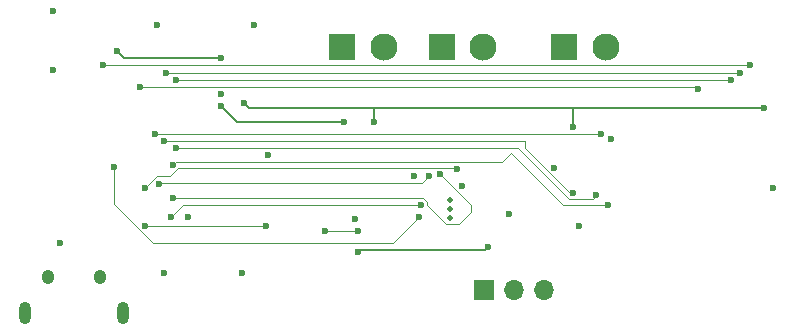
<source format=gbr>
%TF.GenerationSoftware,KiCad,Pcbnew,8.0.9*%
%TF.CreationDate,2025-04-07T11:52:49-07:00*%
%TF.ProjectId,bmbbmcp,626d6262-6d63-4702-9e6b-696361645f70,R1*%
%TF.SameCoordinates,Original*%
%TF.FileFunction,Copper,L4,Bot*%
%TF.FilePolarity,Positive*%
%FSLAX46Y46*%
G04 Gerber Fmt 4.6, Leading zero omitted, Abs format (unit mm)*
G04 Created by KiCad (PCBNEW 8.0.9) date 2025-04-07 11:52:49*
%MOMM*%
%LPD*%
G01*
G04 APERTURE LIST*
%TA.AperFunction,ComponentPad*%
%ADD10C,2.300000*%
%TD*%
%TA.AperFunction,ComponentPad*%
%ADD11R,2.300000X2.300000*%
%TD*%
%TA.AperFunction,HeatsinkPad*%
%ADD12O,1.000000X1.900000*%
%TD*%
%TA.AperFunction,HeatsinkPad*%
%ADD13O,1.050000X1.250000*%
%TD*%
%TA.AperFunction,ComponentPad*%
%ADD14C,0.499999*%
%TD*%
%TA.AperFunction,ComponentPad*%
%ADD15O,1.700000X1.700000*%
%TD*%
%TA.AperFunction,ComponentPad*%
%ADD16R,1.700000X1.700000*%
%TD*%
%TA.AperFunction,ViaPad*%
%ADD17C,0.600000*%
%TD*%
%TA.AperFunction,Conductor*%
%ADD18C,0.200000*%
%TD*%
%TA.AperFunction,Conductor*%
%ADD19C,0.100000*%
%TD*%
G04 APERTURE END LIST*
D10*
%TO.P,J5,2,Pin_2*%
%TO.N,Net-(J5-Pin_2)*%
X169800000Y-84000000D03*
D11*
%TO.P,J5,1,Pin_1*%
%TO.N,Net-(J5-Pin_1)*%
X166300000Y-84000000D03*
%TD*%
D12*
%TO.P,J1,6,Shield*%
%TO.N,unconnected-(J1-Shield-Pad6)*%
X128970000Y-106550000D03*
D13*
%TO.N,unconnected-(J1-Shield-Pad6)_2*%
X127020000Y-103550000D03*
%TO.N,unconnected-(J1-Shield-Pad6)_1*%
X122570000Y-103550000D03*
D12*
%TO.N,unconnected-(J1-Shield-Pad6)_5*%
X120620000Y-106550000D03*
%TD*%
D14*
%TO.P,U4,V*%
%TO.N,GND*%
X156650002Y-96999999D03*
X156650002Y-97750000D03*
X156650002Y-98500001D03*
%TD*%
D10*
%TO.P,J7,2,Pin_2*%
%TO.N,Net-(J7-Pin_2)*%
X151000000Y-84000000D03*
D11*
%TO.P,J7,1,Pin_1*%
%TO.N,Net-(J7-Pin_1)*%
X147500000Y-84000000D03*
%TD*%
D10*
%TO.P,J6,2,Pin_2*%
%TO.N,Net-(J6-Pin_2)*%
X159400000Y-84000000D03*
D11*
%TO.P,J6,1,Pin_1*%
%TO.N,Net-(J6-Pin_1)*%
X155900000Y-84000000D03*
%TD*%
D15*
%TO.P,J3,3,Pin_3*%
%TO.N,/BTN1*%
X164600000Y-104600000D03*
%TO.P,J3,2,Pin_2*%
%TO.N,GND*%
X162060000Y-104600000D03*
D16*
%TO.P,J3,1,Pin_1*%
%TO.N,+BATT*%
X159520000Y-104600000D03*
%TD*%
D17*
%TO.N,GND*%
X134400000Y-98400000D03*
%TO.N,+3.3V*%
X128400000Y-84400000D03*
X183200000Y-89200000D03*
X137200000Y-85000000D03*
X139200000Y-88800000D03*
X150200000Y-90400000D03*
X167000000Y-90800000D03*
%TO.N,GND*%
X123600000Y-100600000D03*
X123000000Y-86000000D03*
X157600000Y-95800000D03*
X137200000Y-88000000D03*
X153600000Y-95000000D03*
X161600000Y-98200000D03*
X123000000Y-81000000D03*
X140000000Y-82200000D03*
X184000000Y-96000000D03*
X148600000Y-98600000D03*
X132400000Y-103200000D03*
X141200000Y-93200000D03*
X139000000Y-103200000D03*
X165400000Y-94250000D03*
X170250000Y-91800000D03*
X131800000Y-82200000D03*
X167550000Y-99210000D03*
%TO.N,VBUS*%
X137200000Y-89000000D03*
X147600000Y-90400000D03*
%TO.N,+BATT*%
X159800000Y-101000000D03*
X148800000Y-101400000D03*
%TO.N,Net-(U2-EN)*%
X146000000Y-99600000D03*
X148800000Y-99600000D03*
%TO.N,/SWITCH*%
X141000000Y-99200000D03*
X130800000Y-99200000D03*
%TO.N,/SPI_MOSI*%
X181200000Y-86200000D03*
X132600000Y-86200000D03*
%TO.N,/SPI_SCLK*%
X180400000Y-86800000D03*
X133400000Y-86800000D03*
%TO.N,/SPI_CS1*%
X127200000Y-85600000D03*
X182000000Y-85600000D03*
%TO.N,/SPI_MISO*%
X177600000Y-87600000D03*
X130400000Y-87400000D03*
%TO.N,/MOTOR_B1*%
X133200000Y-96800000D03*
X155800000Y-94800000D03*
%TO.N,/MOTOR_B2*%
X130800000Y-96015000D03*
X157200000Y-94400000D03*
%TO.N,/MOTOR_A2*%
X132000000Y-95600000D03*
X154800000Y-95000000D03*
%TO.N,/I2S_MODE*%
X169400000Y-91400000D03*
X131600000Y-91400000D03*
%TO.N,/MOTOR_CTRL*%
X128200000Y-94200000D03*
X154000000Y-98400000D03*
%TO.N,/I2S_LRCK*%
X167000000Y-96400000D03*
X132400000Y-92000000D03*
%TO.N,/MOTOR_A1*%
X154200000Y-97400000D03*
X133000000Y-98400000D03*
%TO.N,/I2S_DOUT*%
X133200000Y-94000000D03*
X170000000Y-97400000D03*
%TO.N,/I2S_SCK*%
X169000000Y-96600000D03*
X133400000Y-92600000D03*
%TD*%
D18*
%TO.N,+3.3V*%
X150200000Y-89200000D02*
X139600000Y-89200000D01*
X167000000Y-89200000D02*
X150200000Y-89200000D01*
X139600000Y-89200000D02*
X139200000Y-88800000D01*
X150200000Y-90400000D02*
X150200000Y-89200000D01*
X167000000Y-90800000D02*
X167000000Y-89200000D01*
X183200000Y-89200000D02*
X167000000Y-89200000D01*
X128400000Y-84400000D02*
X129000000Y-85000000D01*
X129000000Y-85000000D02*
X137200000Y-85000000D01*
%TO.N,VBUS*%
X138600000Y-90400000D02*
X137200000Y-89000000D01*
X147600000Y-90400000D02*
X138600000Y-90400000D01*
%TO.N,+BATT*%
X149000000Y-101200000D02*
X148800000Y-101400000D01*
X159800000Y-101000000D02*
X159600000Y-101200000D01*
X159600000Y-101200000D02*
X149000000Y-101200000D01*
D19*
%TO.N,Net-(U2-EN)*%
X146000000Y-99600000D02*
X148800000Y-99600000D01*
%TO.N,/SWITCH*%
X130800000Y-99200000D02*
X141000000Y-99200000D01*
%TO.N,/SPI_MOSI*%
X132600000Y-86200000D02*
X181200000Y-86200000D01*
%TO.N,/SPI_SCLK*%
X133400000Y-86800000D02*
X180400000Y-86800000D01*
%TO.N,/SPI_CS1*%
X127200000Y-85600000D02*
X182000000Y-85600000D01*
%TO.N,/SPI_MISO*%
X177400000Y-87400000D02*
X177600000Y-87600000D01*
X130400000Y-87400000D02*
X177400000Y-87400000D01*
%TO.N,/MOTOR_B1*%
X154704000Y-97191236D02*
X154312764Y-96800000D01*
X156304000Y-99000000D02*
X154704000Y-97400000D01*
X158400000Y-98000000D02*
X157400000Y-99000000D01*
X154704000Y-97400000D02*
X154704000Y-97191236D01*
X157400000Y-99000000D02*
X156304000Y-99000000D01*
X155800000Y-94800000D02*
X158400000Y-97400000D01*
X158400000Y-97400000D02*
X158400000Y-98000000D01*
X154312764Y-96800000D02*
X133200000Y-96800000D01*
%TO.N,/MOTOR_B2*%
X133616764Y-94296000D02*
X132912764Y-95000000D01*
X132912764Y-95000000D02*
X131815000Y-95000000D01*
X157096000Y-94296000D02*
X133616764Y-94296000D01*
X131815000Y-95000000D02*
X130800000Y-96015000D01*
X130889000Y-96104000D02*
X130800000Y-96015000D01*
X157200000Y-94400000D02*
X157096000Y-94296000D01*
%TO.N,/MOTOR_A2*%
X154250000Y-95550000D02*
X132050000Y-95550000D01*
X154800000Y-95000000D02*
X154250000Y-95550000D01*
X132050000Y-95550000D02*
X132000000Y-95600000D01*
%TO.N,/I2S_MODE*%
X169400000Y-91400000D02*
X131600000Y-91400000D01*
%TO.N,/MOTOR_CTRL*%
X128200000Y-97312764D02*
X128200000Y-94200000D01*
X131487236Y-100600000D02*
X128200000Y-97312764D01*
X154000000Y-98400000D02*
X151800000Y-100600000D01*
X151800000Y-100600000D02*
X131487236Y-100600000D01*
%TO.N,/I2S_LRCK*%
X166772182Y-96400000D02*
X163000000Y-92627818D01*
X163000000Y-92000000D02*
X132400000Y-92000000D01*
X163000000Y-92627818D02*
X163000000Y-92000000D01*
X167000000Y-96400000D02*
X166772182Y-96400000D01*
%TO.N,/MOTOR_A1*%
X154200000Y-97400000D02*
X134000000Y-97400000D01*
X134000000Y-97400000D02*
X133000000Y-98400000D01*
%TO.N,/I2S_DOUT*%
X133450000Y-93750000D02*
X133200000Y-94000000D01*
X161800000Y-93000000D02*
X161050000Y-93750000D01*
X170000000Y-97400000D02*
X166200000Y-97400000D01*
X166200000Y-97400000D02*
X161800000Y-93000000D01*
X161050000Y-93750000D02*
X133450000Y-93750000D01*
%TO.N,/I2S_SCK*%
X169000000Y-96600000D02*
X168696000Y-96904000D01*
X166704000Y-96904000D02*
X162400000Y-92600000D01*
X168696000Y-96904000D02*
X166704000Y-96904000D01*
X162400000Y-92600000D02*
X133400000Y-92600000D01*
%TD*%
M02*

</source>
